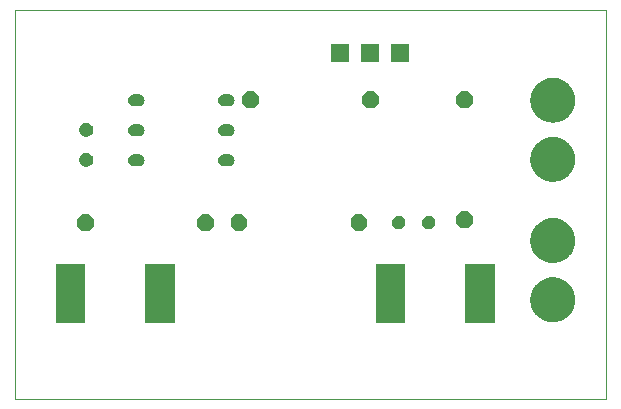
<source format=gts>
G75*
G71*
%OFA0B0*%
%FSLAX23Y23*%
%IPPOS*%
%LPD*%
%ADD10C,0.1*%
%LPD*%D10*
X0Y0D02*
X0Y100D01*
X0Y200D01*
X0Y299D01*
X0Y399D01*
X0Y499D01*
X0Y599D01*
X0Y699D01*
X0Y798D01*
X0Y898D01*
X0Y998D01*
X0Y1098D01*
X0Y1198D01*
X0Y1297D01*
X0Y1397D01*
X0Y1497D01*
X0Y1597D01*
X0Y1697D01*
X0Y1796D01*
X0Y1896D01*
X0Y1996D01*
X0Y2096D01*
X0Y2196D01*
X0Y2295D01*
X0Y2395D01*
X0Y2495D01*
X0Y2595D01*
X0Y2695D01*
X0Y2794D01*
X0Y2894D01*
X0Y2994D01*
X0Y3094D01*
X0Y3193D01*
X0Y3293D01*
X0Y3393D01*
X0Y3493D01*
X0Y3593D01*
X0Y3692D01*
X0Y3792D01*
X0Y3892D01*
X0Y3992D01*
X0Y4092D01*
X0Y4191D01*
X0Y4291D01*
X0Y4391D01*
X0Y4491D01*
X0Y4591D01*
X0Y4690D01*
X0Y4790D01*
X0Y4890D01*
X0Y4990D01*
X0Y5090D01*
X0Y5189D01*
X0Y5289D01*
X0Y5389D01*
X0Y5489D01*
X0Y5589D01*
X0Y5688D01*
X0Y5788D01*
X0Y5888D01*
X0Y5988D01*
X0Y6088D01*
X0Y6187D01*
X0Y6287D01*
X0Y6387D01*
X0Y6487D01*
X0Y6587D01*
X0Y6686D01*
X0Y6786D01*
X0Y6886D01*
X0Y6986D01*
X0Y7086D01*
X0Y7185D01*
X0Y7285D01*
X0Y7385D01*
X0Y7485D01*
X0Y7585D01*
X0Y7684D01*
X0Y7784D01*
X0Y7884D01*
X0Y7984D01*
X0Y8084D01*
X0Y8183D01*
X0Y8283D01*
X0Y8383D01*
X0Y8483D01*
X0Y8583D01*
X0Y8682D01*
X0Y8782D01*
X0Y8882D01*
X0Y8982D01*
X0Y9081D01*
X0Y9181D01*
X0Y9281D01*
X0Y9381D01*
X0Y9481D01*
X0Y9580D01*
X0Y9680D01*
X0Y9780D01*
X0Y9880D01*
X0Y9980D01*
X0Y10079D01*
X0Y10179D01*
X0Y10279D01*
X0Y10379D01*
X0Y10479D01*
X0Y10578D01*
X0Y10678D01*
X0Y10778D01*
X0Y10878D01*
X0Y10978D01*
X0Y11077D01*
X0Y11177D01*
X0Y11277D01*
X0Y11377D01*
X0Y11477D01*
X0Y11576D01*
X0Y11676D01*
X0Y11776D01*
X0Y11876D01*
X0Y11976D01*
X0Y12075D01*
X0Y12175D01*
X0Y12275D01*
X0Y12375D01*
X0Y12475D01*
X0Y12574D01*
X0Y12674D01*
X0Y12774D01*
X0Y12874D01*
X0Y12974D01*
X0Y13073D01*
X0Y13173D01*
X0Y13273D01*
X0Y13373D01*
X0Y13473D01*
X0Y13572D01*
X0Y13672D01*
X0Y13772D01*
X0Y13872D01*
X0Y13972D01*
X0Y14071D01*
X0Y14171D01*
X0Y14271D01*
X0Y14371D01*
X0Y14471D01*
X0Y14570D01*
X0Y14670D01*
X0Y14770D01*
X0Y14870D01*
X0Y14970D01*
X0Y15069D01*
X0Y15169D01*
X0Y15269D01*
X0Y15369D01*
X0Y15469D01*
X0Y15568D01*
X0Y15668D01*
X0Y15768D01*
X0Y15868D01*
X0Y15967D01*
X0Y16067D01*
X0Y16167D01*
X0Y16267D01*
X0Y16367D01*
X0Y16466D01*
X0Y16566D01*
X0Y16666D01*
X0Y16766D01*
X0Y16866D01*
X0Y16965D01*
X0Y17065D01*
X0Y17165D01*
X0Y17265D01*
X0Y17365D01*
X0Y17464D01*
X0Y17564D01*
X0Y17664D01*
X0Y17764D01*
X0Y17864D01*
X0Y17963D01*
X0Y18063D01*
X0Y18163D01*
X0Y18263D01*
X0Y18363D01*
X0Y18462D01*
X0Y18562D01*
X0Y18662D01*
X0Y18762D01*
X0Y18862D01*
X0Y18961D01*
X0Y19061D01*
X0Y19161D01*
X0Y19261D01*
X0Y19361D01*
X0Y19460D01*
X0Y19560D01*
X0Y19660D01*
X0Y19760D01*
X0Y19860D01*
X0Y19959D01*
X0Y20059D01*
X0Y20159D01*
X0Y20259D01*
X0Y20359D01*
X0Y20458D01*
X0Y20558D01*
X0Y20658D01*
X0Y20758D01*
X0Y20858D01*
X0Y20957D01*
X0Y21057D01*
X0Y21157D01*
X0Y21257D01*
X0Y21357D01*
X0Y21456D01*
X0Y21556D01*
X0Y21656D01*
X0Y21756D01*
X0Y21856D01*
X0Y21955D01*
X0Y22055D01*
X0Y22155D01*
X0Y22255D01*
X0Y22355D01*
X0Y22454D01*
X0Y22554D01*
X0Y22654D01*
X0Y22754D01*
X0Y22853D01*
X0Y22953D01*
X0Y23053D01*
X0Y23153D01*
X0Y23253D01*
X0Y23352D01*
X0Y23452D01*
X0Y23552D01*
X0Y23652D01*
X0Y23752D01*
X0Y23851D01*
X0Y23951D01*
X0Y24051D01*
X0Y24151D01*
X0Y24251D01*
X0Y24350D01*
X0Y24450D01*
X0Y24550D01*
X0Y24650D01*
X0Y24750D01*
X0Y24849D01*
X0Y24949D01*
X0Y25049D01*
X0Y25149D01*
X0Y25249D01*
X0Y25348D01*
X0Y25448D01*
X0Y25548D01*
X0Y25648D01*
X0Y25748D01*
X0Y25847D01*
X0Y25947D01*
X0Y26047D01*
X0Y26147D01*
X0Y26247D01*
X0Y26346D01*
X0Y26446D01*
X0Y26546D01*
X0Y26646D01*
X0Y26746D01*
X0Y26845D01*
X0Y26945D01*
X0Y27045D01*
X0Y27145D01*
X0Y27245D01*
X0Y27344D01*
X0Y27444D01*
X0Y27544D01*
X0Y27644D01*
X0Y27744D01*
X0Y27843D01*
X0Y27943D01*
X0Y28043D01*
X0Y28143D01*
X0Y28243D01*
X0Y28342D01*
X0Y28442D01*
X0Y28542D01*
X0Y28642D01*
X0Y28742D01*
X0Y28841D01*
X0Y28941D01*
X0Y29041D01*
X0Y29141D01*
X0Y29241D01*
X0Y29340D01*
X0Y29440D01*
X0Y29540D01*
X0Y29640D01*
X0Y29740D01*
X0Y29839D01*
X0Y29939D01*
X0Y30039D01*
X0Y30139D01*
X0Y30239D01*
X0Y30338D01*
X0Y30438D01*
X0Y30538D01*
X0Y30638D01*
X0Y30737D01*
X0Y30837D01*
X0Y30937D01*
X0Y31037D01*
X0Y31137D01*
X0Y31236D01*
X0Y31336D01*
X0Y31436D01*
X0Y31536D01*
X0Y31636D01*
X0Y31735D01*
X0Y31835D01*
X0Y31935D01*
X0Y32035D01*
X0Y32135D01*
X0Y32234D01*
X0Y32334D01*
X0Y32434D01*
X0Y32534D01*
X0Y32634D01*
X0Y32733D01*
X0Y32833D01*
X0Y32933D01*
X100Y32933D01*
X200Y32933D01*
X300Y32933D01*
X400Y32933D01*
X500Y32933D01*
X600Y32933D01*
X700Y32933D01*
X800Y32933D01*
X900Y32933D01*
X1000Y32933D01*
X1100Y32933D01*
X1200Y32933D01*
X1300Y32933D01*
X1400Y32933D01*
X1500Y32933D01*
X1600Y32933D01*
X1700Y32933D01*
X1800Y32933D01*
X1900Y32933D01*
X2000Y32933D01*
X2100Y32933D01*
X2200Y32933D01*
X2300Y32933D01*
X2400Y32933D01*
X2500Y32933D01*
X2600Y32933D01*
X2700Y32933D01*
X2800Y32933D01*
X2900Y32933D01*
X3000Y32933D01*
X3100Y32933D01*
X3200Y32933D01*
X3300Y32933D01*
X3400Y32933D01*
X3500Y32933D01*
X3600Y32933D01*
X3700Y32933D01*
X3800Y32933D01*
X3900Y32933D01*
X4000Y32933D01*
X4100Y32933D01*
X4200Y32933D01*
X4300Y32933D01*
X4400Y32933D01*
X4500Y32933D01*
X4600Y32933D01*
X4700Y32933D01*
X4800Y32933D01*
X4900Y32933D01*
X5000Y32933D01*
X5100Y32933D01*
X5200Y32933D01*
X5300Y32933D01*
X5400Y32933D01*
X5500Y32933D01*
X5600Y32933D01*
X5700Y32933D01*
X5800Y32933D01*
X5900Y32933D01*
X6000Y32933D01*
X6100Y32933D01*
X6200Y32933D01*
X6300Y32933D01*
X6400Y32933D01*
X6500Y32933D01*
X6600Y32933D01*
X6700Y32933D01*
X6800Y32933D01*
X6900Y32933D01*
X7000Y32933D01*
X7100Y32933D01*
X7200Y32933D01*
X7300Y32933D01*
X7400Y32933D01*
X7500Y32933D01*
X7600Y32933D01*
X7700Y32933D01*
X7800Y32933D01*
X7900Y32933D01*
X8000Y32933D01*
X8100Y32933D01*
X8200Y32933D01*
X8300Y32933D01*
X8400Y32933D01*
X8500Y32933D01*
X8600Y32933D01*
X8700Y32933D01*
X8800Y32933D01*
X8900Y32933D01*
X9000Y32933D01*
X9100Y32933D01*
X9200Y32933D01*
X9300Y32933D01*
X9400Y32933D01*
X9500Y32933D01*
X9600Y32933D01*
X9700Y32933D01*
X9800Y32933D01*
X9900Y32933D01*
X10000Y32933D01*
X10100Y32933D01*
X10200Y32933D01*
X10300Y32933D01*
X10400Y32933D01*
X10500Y32933D01*
X10600Y32933D01*
X10700Y32933D01*
X10800Y32933D01*
X10900Y32933D01*
X11000Y32933D01*
X11100Y32933D01*
X11200Y32933D01*
X11300Y32933D01*
X11400Y32933D01*
X11500Y32933D01*
X11600Y32933D01*
X11700Y32933D01*
X11800Y32933D01*
X11900Y32933D01*
X12000Y32933D01*
X12100Y32933D01*
X12200Y32933D01*
X12300Y32933D01*
X12400Y32933D01*
X12500Y32933D01*
X12600Y32933D01*
X12700Y32933D01*
X12800Y32933D01*
X12900Y32933D01*
X13000Y32933D01*
X13100Y32933D01*
X13200Y32933D01*
X13300Y32933D01*
X13400Y32933D01*
X13500Y32933D01*
X13600Y32933D01*
X13700Y32933D01*
X13800Y32933D01*
X13900Y32933D01*
X14000Y32933D01*
X14100Y32933D01*
X14200Y32933D01*
X14300Y32933D01*
X14400Y32933D01*
X14500Y32933D01*
X14600Y32933D01*
X14700Y32933D01*
X14800Y32933D01*
X14900Y32933D01*
X15000Y32933D01*
X15100Y32933D01*
X15200Y32933D01*
X15300Y32933D01*
X15400Y32933D01*
X15500Y32933D01*
X15600Y32933D01*
X15700Y32933D01*
X15800Y32933D01*
X15900Y32933D01*
X16000Y32933D01*
X16100Y32933D01*
X16200Y32933D01*
X16300Y32933D01*
X16400Y32933D01*
X16500Y32933D01*
X16600Y32933D01*
X16700Y32933D01*
X16800Y32933D01*
X16900Y32933D01*
X17000Y32933D01*
X17100Y32933D01*
X17200Y32933D01*
X17300Y32933D01*
X17400Y32933D01*
X17500Y32933D01*
X17600Y32933D01*
X17700Y32933D01*
X17800Y32933D01*
X17900Y32933D01*
X18000Y32933D01*
X18100Y32933D01*
X18200Y32933D01*
X18300Y32933D01*
X18400Y32933D01*
X18500Y32933D01*
X18600Y32933D01*
X18700Y32933D01*
X18800Y32933D01*
X18900Y32933D01*
X19000Y32933D01*
X19100Y32933D01*
X19200Y32933D01*
X19300Y32933D01*
X19400Y32933D01*
X19500Y32933D01*
X19600Y32933D01*
X19700Y32933D01*
X19800Y32933D01*
X19900Y32933D01*
X20000Y32933D01*
X20100Y32933D01*
X20200Y32933D01*
X20300Y32933D01*
X20400Y32933D01*
X20500Y32933D01*
X20600Y32933D01*
X20700Y32933D01*
X20800Y32933D01*
X20900Y32933D01*
X21000Y32933D01*
X21100Y32933D01*
X21200Y32933D01*
X21300Y32933D01*
X21400Y32933D01*
X21500Y32933D01*
X21600Y32933D01*
X21700Y32933D01*
X21800Y32933D01*
X21900Y32933D01*
X22000Y32933D01*
X22100Y32933D01*
X22200Y32933D01*
X22300Y32933D01*
X22400Y32933D01*
X22500Y32933D01*
X22600Y32933D01*
X22700Y32933D01*
X22800Y32933D01*
X22900Y32933D01*
X23000Y32933D01*
X23100Y32933D01*
X23200Y32933D01*
X23300Y32933D01*
X23400Y32933D01*
X23500Y32933D01*
X23600Y32933D01*
X23700Y32933D01*
X23800Y32933D01*
X23900Y32933D01*
X24000Y32933D01*
X24100Y32933D01*
X24200Y32933D01*
X24300Y32933D01*
X24400Y32933D01*
X24500Y32933D01*
X24600Y32933D01*
X24700Y32933D01*
X24800Y32933D01*
X24900Y32933D01*
X25000Y32933D01*
X25100Y32933D01*
X25200Y32933D01*
X25300Y32933D01*
X25400Y32933D01*
X25500Y32933D01*
X25600Y32933D01*
X25700Y32933D01*
X25800Y32933D01*
X25900Y32933D01*
X26000Y32933D01*
X26100Y32933D01*
X26200Y32933D01*
X26300Y32933D01*
X26400Y32933D01*
X26500Y32933D01*
X26600Y32933D01*
X26700Y32933D01*
X26800Y32933D01*
X26900Y32933D01*
X27000Y32933D01*
X27100Y32933D01*
X27200Y32933D01*
X27300Y32933D01*
X27400Y32933D01*
X27500Y32933D01*
X27600Y32933D01*
X27700Y32933D01*
X27800Y32933D01*
X27900Y32933D01*
X28000Y32933D01*
X28100Y32933D01*
X28200Y32933D01*
X28300Y32933D01*
X28400Y32933D01*
X28500Y32933D01*
X28600Y32933D01*
X28700Y32933D01*
X28800Y32933D01*
X28900Y32933D01*
X29000Y32933D01*
X29100Y32933D01*
X29200Y32933D01*
X29300Y32933D01*
X29400Y32933D01*
X29500Y32933D01*
X29600Y32933D01*
X29700Y32933D01*
X29800Y32933D01*
X29900Y32933D01*
X30000Y32933D01*
X30100Y32933D01*
X30200Y32933D01*
X30300Y32933D01*
X30400Y32933D01*
X30500Y32933D01*
X30600Y32933D01*
X30700Y32933D01*
X30800Y32933D01*
X30900Y32933D01*
X31000Y32933D01*
X31100Y32933D01*
X31200Y32933D01*
X31300Y32933D01*
X31400Y32933D01*
X31500Y32933D01*
X31600Y32933D01*
X31700Y32933D01*
X31800Y32933D01*
X31900Y32933D01*
X32000Y32933D01*
X32100Y32933D01*
X32200Y32933D01*
X32300Y32933D01*
X32400Y32933D01*
X32500Y32933D01*
X32600Y32933D01*
X32700Y32933D01*
X32800Y32933D01*
X32900Y32933D01*
X33000Y32933D01*
X33100Y32933D01*
X33200Y32933D01*
X33300Y32933D01*
X33400Y32933D01*
X33500Y32933D01*
X33600Y32933D01*
X33700Y32933D01*
X33800Y32933D01*
X33900Y32933D01*
X34000Y32933D01*
X34100Y32933D01*
X34200Y32933D01*
X34300Y32933D01*
X34400Y32933D01*
X34500Y32933D01*
X34600Y32933D01*
X34700Y32933D01*
X34800Y32933D01*
X34900Y32933D01*
X35000Y32933D01*
X35100Y32933D01*
X35200Y32933D01*
X35300Y32933D01*
X35400Y32933D01*
X35500Y32933D01*
X35600Y32933D01*
X35700Y32933D01*
X35800Y32933D01*
X35900Y32933D01*
X36000Y32933D01*
X36100Y32933D01*
X36200Y32933D01*
X36300Y32933D01*
X36400Y32933D01*
X36500Y32933D01*
X36600Y32933D01*
X36700Y32933D01*
X36800Y32933D01*
X36900Y32933D01*
X37000Y32933D01*
X37100Y32933D01*
X37200Y32933D01*
X37300Y32933D01*
X37400Y32933D01*
X37500Y32933D01*
X37600Y32933D01*
X37700Y32933D01*
X37800Y32933D01*
X37900Y32933D01*
X38000Y32933D01*
X38100Y32933D01*
X38200Y32933D01*
X38300Y32933D01*
X38400Y32933D01*
X38500Y32933D01*
X38600Y32933D01*
X38700Y32933D01*
X38800Y32933D01*
X38900Y32933D01*
X39000Y32933D01*
X39100Y32933D01*
X39200Y32933D01*
X39300Y32933D01*
X39400Y32933D01*
X39500Y32933D01*
X39600Y32933D01*
X39700Y32933D01*
X39800Y32933D01*
X39900Y32933D01*
X40000Y32933D01*
X40100Y32933D01*
X40200Y32933D01*
X40300Y32933D01*
X40400Y32933D01*
X40500Y32933D01*
X40600Y32933D01*
X40700Y32933D01*
X40800Y32933D01*
X40900Y32933D01*
X41000Y32933D01*
X41100Y32933D01*
X41200Y32933D01*
X41300Y32933D01*
X41400Y32933D01*
X41500Y32933D01*
X41600Y32933D01*
X41700Y32933D01*
X41800Y32933D01*
X41900Y32933D01*
X42000Y32933D01*
X42100Y32933D01*
X42200Y32933D01*
X42300Y32933D01*
X42400Y32933D01*
X42500Y32933D01*
X42600Y32933D01*
X42700Y32933D01*
X42800Y32933D01*
X42900Y32933D01*
X43000Y32933D01*
X43100Y32933D01*
X43200Y32933D01*
X43300Y32933D01*
X43400Y32933D01*
X43500Y32933D01*
X43600Y32933D01*
X43700Y32933D01*
X43800Y32933D01*
X43900Y32933D01*
X44000Y32933D01*
X44100Y32933D01*
X44200Y32933D01*
X44300Y32933D01*
X44400Y32933D01*
X44500Y32933D01*
X44600Y32933D01*
X44700Y32933D01*
X44800Y32933D01*
X44900Y32933D01*
X45000Y32933D01*
X45100Y32933D01*
X45200Y32933D01*
X45300Y32933D01*
X45400Y32933D01*
X45500Y32933D01*
X45600Y32933D01*
X45700Y32933D01*
X45800Y32933D01*
X45900Y32933D01*
X46000Y32933D01*
X46100Y32933D01*
X46200Y32933D01*
X46300Y32933D01*
X46400Y32933D01*
X46500Y32933D01*
X46600Y32933D01*
X46700Y32933D01*
X46800Y32933D01*
X46900Y32933D01*
X47000Y32933D01*
X47100Y32933D01*
X47200Y32933D01*
X47300Y32933D01*
X47400Y32933D01*
X47500Y32933D01*
X47600Y32933D01*
X47700Y32933D01*
X47800Y32933D01*
X47900Y32933D01*
X48000Y32933D01*
X48100Y32933D01*
X48200Y32933D01*
X48300Y32933D01*
X48400Y32933D01*
X48500Y32933D01*
X48600Y32933D01*
X48700Y32933D01*
X48800Y32933D01*
X48900Y32933D01*
X49000Y32933D01*
X49100Y32933D01*
X49200Y32933D01*
X49300Y32933D01*
X49400Y32933D01*
X49500Y32933D01*
X49600Y32933D01*
X49700Y32933D01*
X49800Y32933D01*
X49900Y32933D01*
X50000Y32933D01*
X50000Y32833D01*
X50000Y32734D01*
X50000Y32634D01*
X50000Y32534D01*
X50000Y32434D01*
X50000Y32334D01*
X50000Y32235D01*
X50000Y32135D01*
X50000Y32035D01*
X50000Y31935D01*
X50000Y31835D01*
X50000Y31736D01*
X50000Y31636D01*
X50000Y31536D01*
X50000Y31436D01*
X50000Y31336D01*
X50000Y31237D01*
X50000Y31137D01*
X50000Y31037D01*
X50000Y30937D01*
X50000Y30837D01*
X50000Y30738D01*
X50000Y30638D01*
X50000Y30538D01*
X50000Y30438D01*
X50000Y30338D01*
X50000Y30239D01*
X50000Y30139D01*
X50000Y30039D01*
X50000Y29939D01*
X50000Y29839D01*
X50000Y29740D01*
X50000Y29640D01*
X50000Y29540D01*
X50000Y29440D01*
X50000Y29340D01*
X50000Y29241D01*
X50000Y29141D01*
X50000Y29041D01*
X50000Y28941D01*
X50000Y28841D01*
X50000Y28742D01*
X50000Y28642D01*
X50000Y28542D01*
X50000Y28442D01*
X50000Y28342D01*
X50000Y28243D01*
X50000Y28143D01*
X50000Y28043D01*
X50000Y27943D01*
X50000Y27843D01*
X50000Y27744D01*
X50000Y27644D01*
X50000Y27544D01*
X50000Y27444D01*
X50000Y27344D01*
X50000Y27245D01*
X50000Y27145D01*
X50000Y27045D01*
X50000Y26945D01*
X50000Y26845D01*
X50000Y26746D01*
X50000Y26646D01*
X50000Y26546D01*
X50000Y26446D01*
X50000Y26347D01*
X50000Y26247D01*
X50000Y26147D01*
X50000Y26047D01*
X50000Y25947D01*
X50000Y25848D01*
X50000Y25748D01*
X50000Y25648D01*
X50000Y25548D01*
X50000Y25448D01*
X50000Y25349D01*
X50000Y25249D01*
X50000Y25149D01*
X50000Y25049D01*
X50000Y24949D01*
X50000Y24850D01*
X50000Y24750D01*
X50000Y24650D01*
X50000Y24550D01*
X50000Y24450D01*
X50000Y24351D01*
X50000Y24251D01*
X50000Y24151D01*
X50000Y24051D01*
X50000Y23951D01*
X50000Y23852D01*
X50000Y23752D01*
X50000Y23652D01*
X50000Y23552D01*
X50000Y23452D01*
X50000Y23353D01*
X50000Y23253D01*
X50000Y23153D01*
X50000Y23053D01*
X50000Y22953D01*
X50000Y22854D01*
X50000Y22754D01*
X50000Y22654D01*
X50000Y22554D01*
X50000Y22454D01*
X50000Y22355D01*
X50000Y22255D01*
X50000Y22155D01*
X50000Y22055D01*
X50000Y21955D01*
X50000Y21856D01*
X50000Y21756D01*
X50000Y21656D01*
X50000Y21556D01*
X50000Y21456D01*
X50000Y21357D01*
X50000Y21257D01*
X50000Y21157D01*
X50000Y21057D01*
X50000Y20957D01*
X50000Y20858D01*
X50000Y20758D01*
X50000Y20658D01*
X50000Y20558D01*
X50000Y20459D01*
X50000Y20359D01*
X50000Y20259D01*
X50000Y20159D01*
X50000Y20059D01*
X50000Y19960D01*
X50000Y19860D01*
X50000Y19760D01*
X50000Y19660D01*
X50000Y19560D01*
X50000Y19461D01*
X50000Y19361D01*
X50000Y19261D01*
X50000Y19161D01*
X50000Y19061D01*
X50000Y18962D01*
X50000Y18862D01*
X50000Y18762D01*
X50000Y18662D01*
X50000Y18562D01*
X50000Y18463D01*
X50000Y18363D01*
X50000Y18263D01*
X50000Y18163D01*
X50000Y18063D01*
X50000Y17964D01*
X50000Y17864D01*
X50000Y17764D01*
X50000Y17664D01*
X50000Y17564D01*
X50000Y17465D01*
X50000Y17365D01*
X50000Y17265D01*
X50000Y17165D01*
X50000Y17065D01*
X50000Y16966D01*
X50000Y16866D01*
X50000Y16766D01*
X50000Y16666D01*
X50000Y16566D01*
X50000Y16467D01*
X50000Y16367D01*
X50000Y16267D01*
X50000Y16167D01*
X50000Y16067D01*
X50000Y15968D01*
X50000Y15868D01*
X50000Y15768D01*
X50000Y15668D01*
X50000Y15568D01*
X50000Y15469D01*
X50000Y15369D01*
X50000Y15269D01*
X50000Y15169D01*
X50000Y15069D01*
X50000Y14970D01*
X50000Y14870D01*
X50000Y14770D01*
X50000Y14670D01*
X50000Y14570D01*
X50000Y14471D01*
X50000Y14371D01*
X50000Y14271D01*
X50000Y14171D01*
X50000Y14071D01*
X50000Y13972D01*
X50000Y13872D01*
X50000Y13772D01*
X50000Y13672D01*
X50000Y13573D01*
X50000Y13473D01*
X50000Y13373D01*
X50000Y13273D01*
X50000Y13173D01*
X50000Y13074D01*
X50000Y12974D01*
X50000Y12874D01*
X50000Y12774D01*
X50000Y12674D01*
X50000Y12575D01*
X50000Y12475D01*
X50000Y12375D01*
X50000Y12275D01*
X50000Y12175D01*
X50000Y12076D01*
X50000Y11976D01*
X50000Y11876D01*
X50000Y11776D01*
X50000Y11676D01*
X50000Y11577D01*
X50000Y11477D01*
X50000Y11377D01*
X50000Y11277D01*
X50000Y11177D01*
X50000Y11078D01*
X50000Y10978D01*
X50000Y10878D01*
X50000Y10778D01*
X50000Y10678D01*
X50000Y10579D01*
X50000Y10479D01*
X50000Y10379D01*
X50000Y10279D01*
X50000Y10179D01*
X50000Y10080D01*
X50000Y9980D01*
X50000Y9880D01*
X50000Y9780D01*
X50000Y9680D01*
X50000Y9581D01*
X50000Y9481D01*
X50000Y9381D01*
X50000Y9281D01*
X50000Y9181D01*
X50000Y9082D01*
X50000Y8982D01*
X50000Y8882D01*
X50000Y8782D01*
X50000Y8682D01*
X50000Y8583D01*
X50000Y8483D01*
X50000Y8383D01*
X50000Y8283D01*
X50000Y8183D01*
X50000Y8084D01*
X50000Y7984D01*
X50000Y7884D01*
X50000Y7784D01*
X50000Y7684D01*
X50000Y7585D01*
X50000Y7485D01*
X50000Y7385D01*
X50000Y7285D01*
X50000Y7185D01*
X50000Y7086D01*
X50000Y6986D01*
X50000Y6886D01*
X50000Y6786D01*
X50000Y6686D01*
X50000Y6587D01*
X50000Y6487D01*
X50000Y6387D01*
X50000Y6287D01*
X50000Y6188D01*
X50000Y6088D01*
X50000Y5988D01*
X50000Y5888D01*
X50000Y5788D01*
X50000Y5689D01*
X50000Y5589D01*
X50000Y5489D01*
X50000Y5389D01*
X50000Y5289D01*
X50000Y5190D01*
X50000Y5090D01*
X50000Y4990D01*
X50000Y4890D01*
X50000Y4790D01*
X50000Y4691D01*
X50000Y4591D01*
X50000Y4491D01*
X50000Y4391D01*
X50000Y4291D01*
X50000Y4192D01*
X50000Y4092D01*
X50000Y3992D01*
X50000Y3892D01*
X50000Y3792D01*
X50000Y3693D01*
X50000Y3593D01*
X50000Y3493D01*
X50000Y3393D01*
X50000Y3293D01*
X50000Y3194D01*
X50000Y3094D01*
X50000Y2994D01*
X50000Y2894D01*
X50000Y2794D01*
X50000Y2695D01*
X50000Y2595D01*
X50000Y2495D01*
X50000Y2395D01*
X50000Y2295D01*
X50000Y2196D01*
X50000Y2096D01*
X50000Y1996D01*
X50000Y1896D01*
X50000Y1796D01*
X50000Y1697D01*
X50000Y1597D01*
X50000Y1497D01*
X50000Y1397D01*
X50000Y1297D01*
X50000Y1198D01*
X50000Y1098D01*
X50000Y998D01*
X50000Y898D01*
X50000Y798D01*
X50000Y699D01*
X50000Y599D01*
X50000Y499D01*
X50000Y399D01*
X50000Y299D01*
X50000Y200D01*
X50000Y100D01*
X50000Y0D01*
X49900Y0D01*
X49800Y0D01*
X49700Y0D01*
X49600Y0D01*
X49500Y0D01*
X49400Y0D01*
X49300Y0D01*
X49200Y0D01*
X49100Y0D01*
X49000Y0D01*
X48900Y0D01*
X48800Y0D01*
X48700Y0D01*
X48600Y0D01*
X48500Y0D01*
X48400Y0D01*
X48300Y0D01*
X48200Y0D01*
X48100Y0D01*
X48000Y0D01*
X47900Y0D01*
X47800Y0D01*
X47700Y0D01*
X47600Y0D01*
X47500Y0D01*
X47400Y0D01*
X47300Y0D01*
X47200Y0D01*
X47100Y0D01*
X47000Y0D01*
X46900Y0D01*
X46800Y0D01*
X46700Y0D01*
X46600Y0D01*
X46500Y0D01*
X46400Y0D01*
X46300Y0D01*
X46200Y0D01*
X46100Y0D01*
X46000Y0D01*
X45900Y0D01*
X45800Y0D01*
X45700Y0D01*
X45600Y0D01*
X45500Y0D01*
X45400Y0D01*
X45300Y0D01*
X45200Y0D01*
X45100Y0D01*
X45000Y0D01*
X44900Y0D01*
X44800Y0D01*
X44700Y0D01*
X44600Y0D01*
X44500Y0D01*
X44400Y0D01*
X44300Y0D01*
X44200Y0D01*
X44100Y0D01*
X44000Y0D01*
X43900Y0D01*
X43800Y0D01*
X43700Y0D01*
X43600Y0D01*
X43500Y0D01*
X43400Y0D01*
X43300Y0D01*
X43200Y0D01*
X43100Y0D01*
X43000Y0D01*
X42900Y0D01*
X42800Y0D01*
X42700Y0D01*
X42600Y0D01*
X42500Y0D01*
X42400Y0D01*
X42300Y0D01*
X42200Y0D01*
X42100Y0D01*
X42000Y0D01*
X41900Y0D01*
X41800Y0D01*
X41700Y0D01*
X41600Y0D01*
X41500Y0D01*
X41400Y0D01*
X41300Y0D01*
X41200Y0D01*
X41100Y0D01*
X41000Y0D01*
X40900Y0D01*
X40800Y0D01*
X40700Y0D01*
X40600Y0D01*
X40500Y0D01*
X40400Y0D01*
X40300Y0D01*
X40200Y0D01*
X40100Y0D01*
X40000Y0D01*
X39900Y0D01*
X39800Y0D01*
X39700Y0D01*
X39600Y0D01*
X39500Y0D01*
X39400Y0D01*
X39300Y0D01*
X39200Y0D01*
X39100Y0D01*
X39000Y0D01*
X38900Y0D01*
X38800Y0D01*
X38700Y0D01*
X38600Y0D01*
X38500Y0D01*
X38400Y0D01*
X38300Y0D01*
X38200Y0D01*
X38100Y0D01*
X38000Y0D01*
X37900Y0D01*
X37800Y0D01*
X37700Y0D01*
X37600Y0D01*
X37500Y0D01*
X37400Y0D01*
X37300Y0D01*
X37200Y0D01*
X37100Y0D01*
X37000Y0D01*
X36900Y0D01*
X36800Y0D01*
X36700Y0D01*
X36600Y0D01*
X36500Y0D01*
X36400Y0D01*
X36300Y0D01*
X36200Y0D01*
X36100Y0D01*
X36000Y0D01*
X35900Y0D01*
X35800Y0D01*
X35700Y0D01*
X35600Y0D01*
X35500Y0D01*
X35400Y0D01*
X35300Y0D01*
X35200Y0D01*
X35100Y0D01*
X35000Y0D01*
X34900Y0D01*
X34800Y0D01*
X34700Y0D01*
X34600Y0D01*
X34500Y0D01*
X34400Y0D01*
X34300Y0D01*
X34200Y0D01*
X34100Y0D01*
X34000Y0D01*
X33900Y0D01*
X33800Y0D01*
X33700Y0D01*
X33600Y0D01*
X33500Y0D01*
X33400Y0D01*
X33300Y0D01*
X33200Y0D01*
X33100Y0D01*
X33000Y0D01*
X32900Y0D01*
X32800Y0D01*
X32700Y0D01*
X32600Y0D01*
X32500Y0D01*
X32400Y0D01*
X32300Y0D01*
X32200Y0D01*
X32100Y0D01*
X32000Y0D01*
X31900Y0D01*
X31800Y0D01*
X31700Y0D01*
X31600Y0D01*
X31500Y0D01*
X31400Y0D01*
X31300Y0D01*
X31200Y0D01*
X31100Y0D01*
X31000Y0D01*
X30900Y0D01*
X30800Y0D01*
X30700Y0D01*
X30600Y0D01*
X30500Y0D01*
X30400Y0D01*
X30300Y0D01*
X30200Y0D01*
X30100Y0D01*
X30000Y0D01*
X29900Y0D01*
X29800Y0D01*
X29700Y0D01*
X29600Y0D01*
X29500Y0D01*
X29400Y0D01*
X29300Y0D01*
X29200Y0D01*
X29100Y0D01*
X29000Y0D01*
X28900Y0D01*
X28800Y0D01*
X28700Y0D01*
X28600Y0D01*
X28500Y0D01*
X28400Y0D01*
X28300Y0D01*
X28200Y0D01*
X28100Y0D01*
X28000Y0D01*
X27900Y0D01*
X27800Y0D01*
X27700Y0D01*
X27600Y0D01*
X27500Y0D01*
X27400Y0D01*
X27300Y0D01*
X27200Y0D01*
X27100Y0D01*
X27000Y0D01*
X26900Y0D01*
X26800Y0D01*
X26700Y0D01*
X26600Y0D01*
X26500Y0D01*
X26400Y0D01*
X26300Y0D01*
X26200Y0D01*
X26100Y0D01*
X26000Y0D01*
X25900Y0D01*
X25800Y0D01*
X25700Y0D01*
X25600Y0D01*
X25500Y0D01*
X25400Y0D01*
X25300Y0D01*
X25200Y0D01*
X25100Y0D01*
X25000Y0D01*
X24900Y0D01*
X24800Y0D01*
X24700Y0D01*
X24600Y0D01*
X24500Y0D01*
X24400Y0D01*
X24300Y0D01*
X24200Y0D01*
X24100Y0D01*
X24000Y0D01*
X23900Y0D01*
X23800Y0D01*
X23700Y0D01*
X23600Y0D01*
X23500Y0D01*
X23400Y0D01*
X23300Y0D01*
X23200Y0D01*
X23100Y0D01*
X23000Y0D01*
X22900Y0D01*
X22800Y0D01*
X22700Y0D01*
X22600Y0D01*
X22500Y0D01*
X22400Y0D01*
X22300Y0D01*
X22200Y0D01*
X22100Y0D01*
X22000Y0D01*
X21900Y0D01*
X21800Y0D01*
X21700Y0D01*
X21600Y0D01*
X21500Y0D01*
X21400Y0D01*
X21300Y0D01*
X21200Y0D01*
X21100Y0D01*
X21000Y0D01*
X20900Y0D01*
X20800Y0D01*
X20700Y0D01*
X20600Y0D01*
X20500Y0D01*
X20400Y0D01*
X20300Y0D01*
X20200Y0D01*
X20100Y0D01*
X20000Y0D01*
X19900Y0D01*
X19800Y0D01*
X19700Y0D01*
X19600Y0D01*
X19500Y0D01*
X19400Y0D01*
X19300Y0D01*
X19200Y0D01*
X19100Y0D01*
X19000Y0D01*
X18900Y0D01*
X18800Y0D01*
X18700Y0D01*
X18600Y0D01*
X18500Y0D01*
X18400Y0D01*
X18300Y0D01*
X18200Y0D01*
X18100Y0D01*
X18000Y0D01*
X17900Y0D01*
X17800Y0D01*
X17700Y0D01*
X17600Y0D01*
X17500Y0D01*
X17400Y0D01*
X17300Y0D01*
X17200Y0D01*
X17100Y0D01*
X17000Y0D01*
X16900Y0D01*
X16800Y0D01*
X16700Y0D01*
X16600Y0D01*
X16500Y0D01*
X16400Y0D01*
X16300Y0D01*
X16200Y0D01*
X16100Y0D01*
X16000Y0D01*
X15900Y0D01*
X15800Y0D01*
X15700Y0D01*
X15600Y0D01*
X15500Y0D01*
X15400Y0D01*
X15300Y0D01*
X15200Y0D01*
X15100Y0D01*
X15000Y0D01*
X14900Y0D01*
X14800Y0D01*
X14700Y0D01*
X14600Y0D01*
X14500Y0D01*
X14400Y0D01*
X14300Y0D01*
X14200Y0D01*
X14100Y0D01*
X14000Y0D01*
X13900Y0D01*
X13800Y0D01*
X13700Y0D01*
X13600Y0D01*
X13500Y0D01*
X13400Y0D01*
X13300Y0D01*
X13200Y0D01*
X13100Y0D01*
X13000Y0D01*
X12900Y0D01*
X12800Y0D01*
X12700Y0D01*
X12600Y0D01*
X12500Y0D01*
X12400Y0D01*
X12300Y0D01*
X12200Y0D01*
X12100Y0D01*
X12000Y0D01*
X11900Y0D01*
X11800Y0D01*
X11700Y0D01*
X11600Y0D01*
X11500Y0D01*
X11400Y0D01*
X11300Y0D01*
X11200Y0D01*
X11100Y0D01*
X11000Y0D01*
X10900Y0D01*
X10800Y0D01*
X10700Y0D01*
X10600Y0D01*
X10500Y0D01*
X10400Y0D01*
X10300Y0D01*
X10200Y0D01*
X10100Y0D01*
X10000Y0D01*
X9900Y0D01*
X9800Y0D01*
X9700Y0D01*
X9600Y0D01*
X9500Y0D01*
X9400Y0D01*
X9300Y0D01*
X9200Y0D01*
X9100Y0D01*
X9000Y0D01*
X8900Y0D01*
X8800Y0D01*
X8700Y0D01*
X8600Y0D01*
X8500Y0D01*
X8400Y0D01*
X8300Y0D01*
X8200Y0D01*
X8100Y0D01*
X8000Y0D01*
X7900Y0D01*
X7800Y0D01*
X7700Y0D01*
X7600Y0D01*
X7500Y0D01*
X7400Y0D01*
X7300Y0D01*
X7200Y0D01*
X7100Y0D01*
X7000Y0D01*
X6900Y0D01*
X6800Y0D01*
X6700Y0D01*
X6600Y0D01*
X6500Y0D01*
X6400Y0D01*
X6300Y0D01*
X6200Y0D01*
X6100Y0D01*
X6000Y0D01*
X5900Y0D01*
X5800Y0D01*
X5700Y0D01*
X5600Y0D01*
X5500Y0D01*
X5400Y0D01*
X5300Y0D01*
X5200Y0D01*
X5100Y0D01*
X5000Y0D01*
X4900Y0D01*
X4800Y0D01*
X4700Y0D01*
X4600Y0D01*
X4500Y0D01*
X4400Y0D01*
X4300Y0D01*
X4200Y0D01*
X4100Y0D01*
X4000Y0D01*
X3900Y0D01*
X3800Y0D01*
X3700Y0D01*
X3600Y0D01*
X3500Y0D01*
X3400Y0D01*
X3300Y0D01*
X3200Y0D01*
X3100Y0D01*
X3000Y0D01*
X2900Y0D01*
X2800Y0D01*
X2700Y0D01*
X2600Y0D01*
X2500Y0D01*
X2400Y0D01*
X2300Y0D01*
X2200Y0D01*
X2100Y0D01*
X2000Y0D01*
X1900Y0D01*
X1800Y0D01*
X1700Y0D01*
X1600Y0D01*
X1500Y0D01*
X1400Y0D01*
X1300Y0D01*
X1200Y0D01*
X1100Y0D01*
X1000Y0D01*
X900Y0D01*
X800Y0D01*
X700Y0D01*
X600Y0D01*
X500Y0D01*
X400Y0D01*
X300Y0D01*
X200Y0D01*
X100Y0D01*
X0Y0D01*
X0Y0D01*
G36*
X10036Y25771D02*
X10436Y25771D01*
X10533Y25761D01*
X10627Y25733D01*
X10714Y25686D01*
X10789Y25624D01*
X10852Y25548D01*
X10898Y25462D01*
X10926Y25368D01*
X10936Y25271D01*
X10936Y25271D01*
X10926Y25173D01*
X10898Y25079D01*
X10852Y24993D01*
X10789Y24917D01*
X10714Y24855D01*
X10627Y24809D01*
X10533Y24780D01*
X10436Y24771D01*
X10036Y24771D01*
X9938Y24780D01*
X9844Y24809D01*
X9758Y24855D01*
X9682Y24917D01*
X9620Y24993D01*
X9574Y25079D01*
X9545Y25173D01*
X9536Y25271D01*
X9536Y25271D01*
X9545Y25368D01*
X9574Y25462D01*
X9620Y25548D01*
X9682Y25624D01*
X9758Y25686D01*
X9844Y25733D01*
X9938Y25761D01*
X10036Y25771D01*
G37*
G36*
X10036Y23231D02*
X10436Y23231D01*
X10533Y23221D01*
X10627Y23193D01*
X10714Y23146D01*
X10789Y23084D01*
X10852Y23008D01*
X10898Y22922D01*
X10926Y22828D01*
X10936Y22731D01*
X10936Y22731D01*
X10926Y22633D01*
X10898Y22539D01*
X10852Y22453D01*
X10789Y22377D01*
X10714Y22315D01*
X10627Y22269D01*
X10533Y22240D01*
X10436Y22231D01*
X10036Y22231D01*
X9938Y22240D01*
X9844Y22269D01*
X9758Y22315D01*
X9682Y22377D01*
X9620Y22453D01*
X9574Y22539D01*
X9545Y22633D01*
X9536Y22731D01*
X9536Y22731D01*
X9545Y22828D01*
X9574Y22922D01*
X9620Y23008D01*
X9682Y23084D01*
X9758Y23146D01*
X9844Y23193D01*
X9938Y23221D01*
X10036Y23231D01*
G37*
G36*
X10036Y20691D02*
X10436Y20691D01*
X10533Y20681D01*
X10627Y20653D01*
X10714Y20606D01*
X10789Y20544D01*
X10852Y20468D01*
X10898Y20382D01*
X10926Y20288D01*
X10936Y20191D01*
X10936Y20191D01*
X10926Y20093D01*
X10898Y19999D01*
X10852Y19913D01*
X10789Y19837D01*
X10714Y19775D01*
X10627Y19729D01*
X10533Y19700D01*
X10436Y19691D01*
X10036Y19691D01*
X9938Y19700D01*
X9844Y19729D01*
X9758Y19775D01*
X9682Y19837D01*
X9620Y19913D01*
X9574Y19999D01*
X9545Y20093D01*
X9536Y20191D01*
X9536Y20191D01*
X9545Y20288D01*
X9574Y20382D01*
X9620Y20468D01*
X9682Y20544D01*
X9758Y20606D01*
X9844Y20653D01*
X9938Y20681D01*
X10036Y20691D01*
G37*
G36*
X17656Y20691D02*
X18056Y20691D01*
X18153Y20681D01*
X18247Y20653D01*
X18334Y20606D01*
X18409Y20544D01*
X18472Y20468D01*
X18518Y20382D01*
X18546Y20288D01*
X18556Y20191D01*
X18556Y20191D01*
X18546Y20093D01*
X18518Y19999D01*
X18472Y19913D01*
X18409Y19837D01*
X18334Y19775D01*
X18247Y19729D01*
X18153Y19700D01*
X18056Y19691D01*
X17656Y19691D01*
X17558Y19700D01*
X17464Y19729D01*
X17378Y19775D01*
X17302Y19837D01*
X17240Y19913D01*
X17194Y19999D01*
X17165Y20093D01*
X17156Y20191D01*
X17156Y20191D01*
X17165Y20288D01*
X17194Y20382D01*
X17240Y20468D01*
X17302Y20544D01*
X17378Y20606D01*
X17464Y20653D01*
X17558Y20681D01*
X17656Y20691D01*
G37*
G36*
X17656Y25771D02*
X18056Y25771D01*
X18153Y25761D01*
X18247Y25733D01*
X18334Y25686D01*
X18409Y25624D01*
X18472Y25548D01*
X18518Y25462D01*
X18546Y25368D01*
X18556Y25271D01*
X18556Y25271D01*
X18546Y25173D01*
X18518Y25079D01*
X18472Y24993D01*
X18409Y24917D01*
X18334Y24855D01*
X18247Y24809D01*
X18153Y24780D01*
X18056Y24771D01*
X17656Y24771D01*
X17558Y24780D01*
X17464Y24809D01*
X17378Y24855D01*
X17302Y24917D01*
X17240Y24993D01*
X17194Y25079D01*
X17165Y25173D01*
X17156Y25271D01*
X17156Y25271D01*
X17165Y25368D01*
X17194Y25462D01*
X17240Y25548D01*
X17302Y25624D01*
X17378Y25686D01*
X17464Y25733D01*
X17558Y25761D01*
X17656Y25771D01*
G37*
G36*
X17656Y23231D02*
X18056Y23231D01*
X18153Y23221D01*
X18247Y23193D01*
X18334Y23146D01*
X18409Y23084D01*
X18472Y23008D01*
X18518Y22922D01*
X18546Y22828D01*
X18556Y22731D01*
X18556Y22731D01*
X18546Y22633D01*
X18518Y22539D01*
X18472Y22453D01*
X18409Y22377D01*
X18334Y22315D01*
X18247Y22269D01*
X18153Y22240D01*
X18056Y22231D01*
X17656Y22231D01*
X17558Y22240D01*
X17464Y22269D01*
X17378Y22315D01*
X17302Y22377D01*
X17240Y22453D01*
X17194Y22539D01*
X17165Y22633D01*
X17156Y22731D01*
X17156Y22731D01*
X17165Y22828D01*
X17194Y22922D01*
X17240Y23008D01*
X17302Y23084D01*
X17378Y23146D01*
X17464Y23193D01*
X17558Y23221D01*
X17656Y23231D01*
G37*
G36*
X6000Y23373D02*
X6000Y23373D01*
X6094Y23366D01*
X6185Y23344D01*
X6272Y23308D01*
X6353Y23259D01*
X6424Y23197D01*
X6485Y23126D01*
X6535Y23046D01*
X6571Y22959D01*
X6593Y22867D01*
X6600Y22773D01*
X6600Y22773D01*
X6593Y22679D01*
X6571Y22588D01*
X6535Y22501D01*
X6485Y22420D01*
X6424Y22349D01*
X6353Y22288D01*
X6272Y22238D01*
X6185Y22202D01*
X6094Y22180D01*
X6000Y22173D01*
X6000Y22173D01*
X5906Y22180D01*
X5815Y22202D01*
X5728Y22238D01*
X5647Y22288D01*
X5576Y22349D01*
X5515Y22420D01*
X5465Y22501D01*
X5429Y22588D01*
X5407Y22679D01*
X5400Y22773D01*
X5400Y22773D01*
X5407Y22867D01*
X5429Y22959D01*
X5465Y23046D01*
X5515Y23126D01*
X5576Y23197D01*
X5647Y23259D01*
X5728Y23308D01*
X5815Y23344D01*
X5906Y23366D01*
X6000Y23373D01*
G37*
G36*
X6000Y20833D02*
X6000Y20833D01*
X6094Y20826D01*
X6185Y20804D01*
X6272Y20768D01*
X6353Y20719D01*
X6424Y20657D01*
X6485Y20586D01*
X6535Y20506D01*
X6571Y20419D01*
X6593Y20327D01*
X6600Y20233D01*
X6600Y20233D01*
X6593Y20139D01*
X6571Y20048D01*
X6535Y19961D01*
X6485Y19880D01*
X6424Y19809D01*
X6353Y19748D01*
X6272Y19698D01*
X6185Y19662D01*
X6094Y19640D01*
X6000Y19633D01*
X6000Y19633D01*
X5906Y19640D01*
X5815Y19662D01*
X5728Y19698D01*
X5647Y19748D01*
X5576Y19809D01*
X5515Y19880D01*
X5465Y19961D01*
X5429Y20048D01*
X5407Y20139D01*
X5400Y20233D01*
X5400Y20233D01*
X5407Y20327D01*
X5429Y20419D01*
X5465Y20506D01*
X5515Y20586D01*
X5576Y20657D01*
X5647Y20719D01*
X5728Y20768D01*
X5815Y20804D01*
X5906Y20826D01*
X6000Y20833D01*
G37*
G36*
X5900Y6433D02*
X5900Y11433D01*
X3400Y11433D01*
X3400Y6433D01*
X5900Y6433D01*
G37*
G36*
X33000Y6433D02*
X33000Y11433D01*
X30500Y11433D01*
X30500Y6433D01*
X33000Y6433D01*
G37*
G36*
X13500Y6433D02*
X13500Y11433D01*
X11000Y11433D01*
X11000Y6433D01*
X13500Y6433D01*
G37*
G36*
X40600Y6433D02*
X40600Y11433D01*
X38100Y11433D01*
X38100Y6433D01*
X40600Y6433D01*
G37*
G36*
X5213Y15219D02*
X5622Y15635D01*
X6206Y15640D01*
X6622Y15231D01*
X6627Y14648D01*
X6218Y14231D01*
X5634Y14226D01*
X5218Y14635D01*
G37*
G36*
X15373Y15219D02*
X15782Y15635D01*
X16366Y15640D01*
X16782Y15231D01*
X16787Y14648D01*
X16378Y14231D01*
X15794Y14226D01*
X15378Y14635D01*
G37*
G36*
X19213Y25635D02*
X19622Y26051D01*
X20206Y26056D01*
X20622Y25647D01*
X20627Y25064D01*
X20218Y24647D01*
X19634Y24642D01*
X19218Y25051D01*
G37*
G36*
X29373Y25635D02*
X29782Y26051D01*
X30366Y26056D01*
X30782Y25647D01*
X30787Y25064D01*
X30378Y24647D01*
X29794Y24642D01*
X29378Y25051D01*
G37*
G36*
X18213Y15219D02*
X18622Y15635D01*
X19206Y15640D01*
X19622Y15231D01*
X19627Y14648D01*
X19218Y14231D01*
X18634Y14226D01*
X18218Y14635D01*
G37*
G36*
X28373Y15219D02*
X28782Y15635D01*
X29366Y15640D01*
X29782Y15231D01*
X29787Y14648D01*
X29378Y14231D01*
X28794Y14226D01*
X28378Y14635D01*
G37*
G36*
X37714Y14482D02*
X37298Y14891D01*
X37293Y15475D01*
X37702Y15891D01*
X38286Y15896D01*
X38702Y15487D01*
X38707Y14904D01*
X38298Y14487D01*
G37*
G36*
X37714Y24642D02*
X37298Y25051D01*
X37293Y25635D01*
X37702Y26051D01*
X38286Y26056D01*
X38702Y25647D01*
X38707Y25064D01*
X38298Y24647D01*
G37*
G36*
X31894Y15162D02*
X32222Y15495D01*
X32689Y15499D01*
X33022Y15171D01*
X33026Y14705D01*
X32698Y14371D01*
X32231Y14367D01*
X31898Y14695D01*
G37*
G36*
X34434Y15162D02*
X34762Y15495D01*
X35229Y15499D01*
X35562Y15171D01*
X35566Y14705D01*
X35238Y14371D01*
X34771Y14367D01*
X34438Y14695D01*
G37*
G36*
X47400Y8388D02*
X47400Y8388D01*
X47397Y8289D01*
X47390Y8190D01*
X47377Y8091D01*
X47359Y7993D01*
X47336Y7897D01*
X47307Y7801D01*
X47274Y7707D01*
X47236Y7615D01*
X47193Y7526D01*
X47146Y7438D01*
X47094Y7354D01*
X47037Y7272D01*
X46977Y7193D01*
X46912Y7117D01*
X46844Y7045D01*
X46771Y6976D01*
X46696Y6912D01*
X46617Y6851D01*
X46535Y6795D01*
X46450Y6743D01*
X46363Y6695D01*
X46273Y6652D01*
X46181Y6614D01*
X46087Y6581D01*
X45992Y6553D01*
X45895Y6530D01*
X45797Y6512D01*
X45699Y6499D01*
X45599Y6491D01*
X45500Y6488D01*
X45500Y6488D01*
X45401Y6491D01*
X45301Y6499D01*
X45203Y6512D01*
X45105Y6530D01*
X45008Y6553D01*
X44913Y6581D01*
X44819Y6614D01*
X44727Y6652D01*
X44637Y6695D01*
X44550Y6743D01*
X44465Y6795D01*
X44383Y6851D01*
X44304Y6912D01*
X44229Y6976D01*
X44156Y7045D01*
X44088Y7117D01*
X44023Y7193D01*
X43963Y7272D01*
X43906Y7354D01*
X43854Y7438D01*
X43807Y7526D01*
X43764Y7615D01*
X43726Y7707D01*
X43693Y7801D01*
X43664Y7897D01*
X43641Y7993D01*
X43623Y8091D01*
X43610Y8190D01*
X43603Y8289D01*
X43600Y8388D01*
X43600Y8388D01*
X43603Y8488D01*
X43610Y8587D01*
X43623Y8686D01*
X43641Y8784D01*
X43664Y8880D01*
X43693Y8976D01*
X43726Y9070D01*
X43764Y9161D01*
X43807Y9251D01*
X43854Y9339D01*
X43906Y9423D01*
X43963Y9505D01*
X44023Y9584D01*
X44088Y9660D01*
X44156Y9732D01*
X44229Y9800D01*
X44304Y9865D01*
X44383Y9926D01*
X44465Y9982D01*
X44550Y10034D01*
X44637Y10082D01*
X44727Y10125D01*
X44819Y10163D01*
X44913Y10196D01*
X45008Y10224D01*
X45105Y10247D01*
X45203Y10265D01*
X45301Y10278D01*
X45401Y10286D01*
X45500Y10288D01*
X45500Y10288D01*
X45599Y10286D01*
X45699Y10278D01*
X45797Y10265D01*
X45895Y10247D01*
X45992Y10224D01*
X46087Y10196D01*
X46181Y10163D01*
X46273Y10125D01*
X46363Y10082D01*
X46450Y10034D01*
X46535Y9982D01*
X46617Y9926D01*
X46696Y9865D01*
X46771Y9800D01*
X46844Y9732D01*
X46912Y9660D01*
X46977Y9584D01*
X47037Y9505D01*
X47094Y9423D01*
X47146Y9339D01*
X47193Y9251D01*
X47236Y9161D01*
X47274Y9070D01*
X47307Y8976D01*
X47336Y8880D01*
X47359Y8784D01*
X47377Y8686D01*
X47390Y8587D01*
X47397Y8488D01*
X47400Y8388D01*
G37*
G36*
X47400Y13396D02*
X47400Y13396D01*
X47397Y13297D01*
X47390Y13198D01*
X47377Y13099D01*
X47359Y13001D01*
X47336Y12905D01*
X47307Y12809D01*
X47274Y12715D01*
X47236Y12623D01*
X47193Y12534D01*
X47146Y12446D01*
X47094Y12362D01*
X47037Y12280D01*
X46977Y12201D01*
X46912Y12125D01*
X46844Y12053D01*
X46771Y11984D01*
X46696Y11920D01*
X46617Y11859D01*
X46535Y11803D01*
X46450Y11751D01*
X46363Y11703D01*
X46273Y11660D01*
X46181Y11622D01*
X46087Y11589D01*
X45992Y11561D01*
X45895Y11538D01*
X45797Y11520D01*
X45699Y11507D01*
X45599Y11499D01*
X45500Y11496D01*
X45500Y11496D01*
X45401Y11499D01*
X45301Y11507D01*
X45203Y11520D01*
X45105Y11538D01*
X45008Y11561D01*
X44913Y11589D01*
X44819Y11622D01*
X44727Y11660D01*
X44637Y11703D01*
X44550Y11751D01*
X44465Y11803D01*
X44383Y11859D01*
X44304Y11920D01*
X44229Y11984D01*
X44156Y12053D01*
X44088Y12125D01*
X44023Y12201D01*
X43963Y12280D01*
X43906Y12362D01*
X43854Y12446D01*
X43807Y12534D01*
X43764Y12623D01*
X43726Y12715D01*
X43693Y12809D01*
X43664Y12905D01*
X43641Y13001D01*
X43623Y13099D01*
X43610Y13198D01*
X43603Y13297D01*
X43600Y13396D01*
X43600Y13396D01*
X43603Y13496D01*
X43610Y13595D01*
X43623Y13694D01*
X43641Y13792D01*
X43664Y13888D01*
X43693Y13984D01*
X43726Y14078D01*
X43764Y14169D01*
X43807Y14259D01*
X43854Y14347D01*
X43906Y14431D01*
X43963Y14513D01*
X44023Y14592D01*
X44088Y14668D01*
X44156Y14740D01*
X44229Y14808D01*
X44304Y14873D01*
X44383Y14934D01*
X44465Y14990D01*
X44550Y15042D01*
X44637Y15090D01*
X44727Y15133D01*
X44819Y15171D01*
X44913Y15204D01*
X45008Y15232D01*
X45105Y15255D01*
X45203Y15273D01*
X45301Y15286D01*
X45401Y15294D01*
X45500Y15296D01*
X45500Y15296D01*
X45599Y15294D01*
X45699Y15286D01*
X45797Y15273D01*
X45895Y15255D01*
X45992Y15232D01*
X46087Y15204D01*
X46181Y15171D01*
X46273Y15133D01*
X46363Y15090D01*
X46450Y15042D01*
X46535Y14990D01*
X46617Y14934D01*
X46696Y14873D01*
X46771Y14808D01*
X46844Y14740D01*
X46912Y14668D01*
X46977Y14592D01*
X47037Y14513D01*
X47094Y14431D01*
X47146Y14347D01*
X47193Y14259D01*
X47236Y14169D01*
X47274Y14078D01*
X47307Y13984D01*
X47336Y13888D01*
X47359Y13792D01*
X47377Y13694D01*
X47390Y13595D01*
X47397Y13496D01*
X47400Y13396D01*
G37*
G36*
X47400Y20269D02*
X47400Y20269D01*
X47397Y20170D01*
X47390Y20070D01*
X47377Y19972D01*
X47359Y19874D01*
X47336Y19777D01*
X47307Y19682D01*
X47274Y19588D01*
X47236Y19496D01*
X47193Y19406D01*
X47146Y19319D01*
X47094Y19234D01*
X47037Y19152D01*
X46977Y19073D01*
X46912Y18998D01*
X46844Y18926D01*
X46771Y18857D01*
X46696Y18792D01*
X46617Y18732D01*
X46535Y18675D01*
X46450Y18623D01*
X46363Y18576D01*
X46273Y18533D01*
X46181Y18495D01*
X46087Y18462D01*
X45992Y18433D01*
X45895Y18410D01*
X45797Y18392D01*
X45699Y18379D01*
X45599Y18372D01*
X45500Y18369D01*
X45500Y18369D01*
X45401Y18372D01*
X45301Y18379D01*
X45203Y18392D01*
X45105Y18410D01*
X45008Y18433D01*
X44913Y18462D01*
X44819Y18495D01*
X44727Y18533D01*
X44637Y18576D01*
X44550Y18623D01*
X44465Y18675D01*
X44383Y18732D01*
X44304Y18792D01*
X44229Y18857D01*
X44156Y18926D01*
X44088Y18998D01*
X44023Y19073D01*
X43963Y19152D01*
X43906Y19234D01*
X43854Y19319D01*
X43807Y19406D01*
X43764Y19496D01*
X43726Y19588D01*
X43693Y19682D01*
X43664Y19777D01*
X43641Y19874D01*
X43623Y19972D01*
X43610Y20070D01*
X43603Y20170D01*
X43600Y20269D01*
X43600Y20269D01*
X43603Y20369D01*
X43610Y20468D01*
X43623Y20566D01*
X43641Y20664D01*
X43664Y20761D01*
X43693Y20856D01*
X43726Y20950D01*
X43764Y21042D01*
X43807Y21132D01*
X43854Y21219D01*
X43906Y21304D01*
X43963Y21386D01*
X44023Y21465D01*
X44088Y21540D01*
X44156Y21613D01*
X44229Y21681D01*
X44304Y21746D01*
X44383Y21806D01*
X44465Y21863D01*
X44550Y21915D01*
X44637Y21962D01*
X44727Y22005D01*
X44819Y22043D01*
X44913Y22077D01*
X45008Y22105D01*
X45105Y22128D01*
X45203Y22146D01*
X45301Y22159D01*
X45401Y22167D01*
X45500Y22169D01*
X45500Y22169D01*
X45599Y22167D01*
X45699Y22159D01*
X45797Y22146D01*
X45895Y22128D01*
X45992Y22105D01*
X46087Y22077D01*
X46181Y22043D01*
X46273Y22005D01*
X46363Y21962D01*
X46450Y21915D01*
X46535Y21863D01*
X46617Y21806D01*
X46696Y21746D01*
X46771Y21681D01*
X46844Y21613D01*
X46912Y21540D01*
X46977Y21465D01*
X47037Y21386D01*
X47094Y21304D01*
X47146Y21219D01*
X47193Y21132D01*
X47236Y21042D01*
X47274Y20950D01*
X47307Y20856D01*
X47336Y20761D01*
X47359Y20664D01*
X47377Y20566D01*
X47390Y20468D01*
X47397Y20369D01*
X47400Y20269D01*
G37*
G36*
X47400Y25277D02*
X47400Y25277D01*
X47397Y25178D01*
X47390Y25078D01*
X47377Y24980D01*
X47359Y24882D01*
X47336Y24785D01*
X47307Y24690D01*
X47274Y24596D01*
X47236Y24504D01*
X47193Y24414D01*
X47146Y24327D01*
X47094Y24242D01*
X47037Y24160D01*
X46977Y24081D01*
X46912Y24006D01*
X46844Y23934D01*
X46771Y23865D01*
X46696Y23800D01*
X46617Y23740D01*
X46535Y23683D01*
X46450Y23631D01*
X46363Y23584D01*
X46273Y23541D01*
X46181Y23503D01*
X46087Y23470D01*
X45992Y23441D01*
X45895Y23418D01*
X45797Y23400D01*
X45699Y23387D01*
X45599Y23380D01*
X45500Y23377D01*
X45500Y23377D01*
X45401Y23380D01*
X45301Y23387D01*
X45203Y23400D01*
X45105Y23418D01*
X45008Y23441D01*
X44913Y23470D01*
X44819Y23503D01*
X44727Y23541D01*
X44637Y23584D01*
X44550Y23631D01*
X44465Y23683D01*
X44383Y23740D01*
X44304Y23800D01*
X44229Y23865D01*
X44156Y23934D01*
X44088Y24006D01*
X44023Y24081D01*
X43963Y24160D01*
X43906Y24242D01*
X43854Y24327D01*
X43807Y24414D01*
X43764Y24504D01*
X43726Y24596D01*
X43693Y24690D01*
X43664Y24785D01*
X43641Y24882D01*
X43623Y24980D01*
X43610Y25078D01*
X43603Y25178D01*
X43600Y25277D01*
X43600Y25277D01*
X43603Y25377D01*
X43610Y25476D01*
X43623Y25574D01*
X43641Y25672D01*
X43664Y25769D01*
X43693Y25864D01*
X43726Y25958D01*
X43764Y26050D01*
X43807Y26140D01*
X43854Y26227D01*
X43906Y26312D01*
X43963Y26394D01*
X44023Y26473D01*
X44088Y26548D01*
X44156Y26621D01*
X44229Y26689D01*
X44304Y26754D01*
X44383Y26814D01*
X44465Y26871D01*
X44550Y26923D01*
X44637Y26970D01*
X44727Y27013D01*
X44819Y27051D01*
X44913Y27085D01*
X45008Y27113D01*
X45105Y27136D01*
X45203Y27154D01*
X45301Y27167D01*
X45401Y27175D01*
X45500Y27177D01*
X45500Y27177D01*
X45599Y27175D01*
X45699Y27167D01*
X45797Y27154D01*
X45895Y27136D01*
X45992Y27113D01*
X46087Y27085D01*
X46181Y27051D01*
X46273Y27013D01*
X46363Y26970D01*
X46450Y26923D01*
X46535Y26871D01*
X46617Y26814D01*
X46696Y26754D01*
X46771Y26689D01*
X46844Y26621D01*
X46912Y26548D01*
X46977Y26473D01*
X47037Y26394D01*
X47094Y26312D01*
X47146Y26227D01*
X47193Y26140D01*
X47236Y26050D01*
X47274Y25958D01*
X47307Y25864D01*
X47336Y25769D01*
X47359Y25672D01*
X47377Y25574D01*
X47390Y25476D01*
X47397Y25377D01*
X47400Y25277D01*
G37*
G36*
X28222Y28511D02*
X28222Y30035D01*
X26698Y30035D01*
X26698Y28511D01*
X28222Y28511D01*
G37*
G36*
X30762Y28511D02*
X30762Y30035D01*
X29238Y30035D01*
X29238Y28511D01*
X30762Y28511D01*
G37*
G36*
X33302Y28511D02*
X33302Y30035D01*
X31778Y30035D01*
X31778Y28511D01*
X33302Y28511D01*
G37*
M02*

</source>
